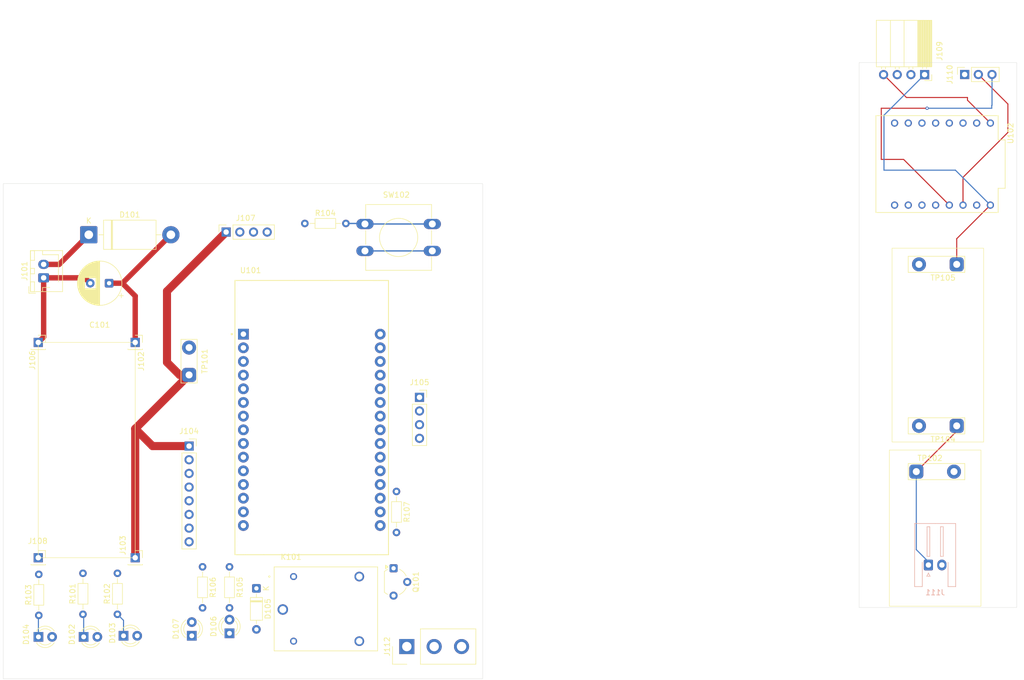
<source format=kicad_pcb>
(kicad_pcb (version 20241229) (generator "pcbnew") (generator_version "9.0")
  (title_block (date "2025-11-03"))
  (layers (0 "F.Cu" signal) (2 "B.Cu" signal) (13 "F.Paste" user) (15 "B.Paste" user) (5 "F.SilkS" user "F.Silkscreen") (7 "B.SilkS" user "B.Silkscreen") (1 "F.Mask" user) (3 "B.Mask" user) (25 "Edge.Cuts" user))
  (net 0 "")
  (net 1 "GND")
  (net 2 "VCC")
  (net 3 "D21")
  (net 4 "D22")
  (net 8 "D26")
  (net 9 "D25")
  (net 10 "D16")
  (net 11 "D17")
  (net 12 "/D27")
  (net 15 "/D13")
  (net 28 "/12V-")
  (net 29 "/12V+ DO")
  (net 30 "/12V+DI")
  (net 31 "Net-(D102-K)")
  (net 33 "Net-(D103-K)")
  (net 34 "/D33")
  (net 36 "Net-(D104-K)")
  (net 37 "Net-(R104-Pad2)")
  (net 38 "Net-(D105-A)")
  (net 39 "/D12")
  (net 49 "/VCCs")
  (net 50 "/GNDs")
  (net 52 "/4")
  (net 53 "/VCCb")
  (net 54 "/5")
  (net 55 "/3.3V")
  (net 58 "Net-(D106-A)")
  (net 59 "Net-(D107-A)")
  (net 60 "Net-(Q101-B)")
  (net 61 "D14")
  (net 62 "Net-(J112-Pin_1)")
  (net 63 "Net-(J112-Pin_3)")
  (net 64 "Net-(J112-Pin_2)")
  (footprint "Connector_PinSocket_2.54mm:PinSocket_1x04_P2.54mm_Vertical" (layer "F.Cu") (at 99.38 83 90)
    (property "Reference" "J107" (at 2.6 3.62 180) (layer "F.SilkS"))
    (property "Value" "Conn_01x04_Pin GSM")
    (pad "1" thru_hole rect (at 0 0 90) (size 1.7 1.7) (drill 1) (layers "*.Cu" "*.Mask") (net 2 "VCC"))
    (pad "2" thru_hole circle (at 0 2.54 90) (size 1.7 1.7) (drill 1) (layers "*.Cu" "*.Mask") (net 1 "GND"))
    (pad "3" thru_hole circle (at 0 5.08 90) (size 1.7 1.7) (drill 1) (layers "*.Cu" "*.Mask") (net 10 "D16"))
    (pad "4" thru_hole circle (at 0 7.62 90) (size 1.7 1.7) (drill 1) (layers "*.Cu" "*.Mask") (net 11 "D17"))
  )
  (footprint "Connector_PinSocket_2.54mm:PinSocket_1x01_P2.54mm_Vertical" (layer "F.Cu") (at 64.5 143.5)
    (property "Reference" "J108" (at -0.1 -3.1 0) (layer "F.SilkS"))
    (property "Value" "Conn_01x01_Socket BC out -")
    (pad "1" thru_hole rect (at 0 0) (size 1.7 1.7) (drill 1) (layers "*.Cu" "*.Mask") (net 1 "GND"))
  )
  (footprint "Resistor_THT:R_Axial_DIN0204_L3.6mm_D1.6mm_P7.62mm_Horizontal" (layer "F.Cu") (at 79.2 154.01 90)
    (property "Reference" "R102" (at 3.81 -1.92 90) (layer "F.SilkS"))
    (property "Value" "R")
    (pad "1" thru_hole circle (at 0 0 90) (size 1.4 1.4) (drill 0.7) (layers "*.Cu" "*.Mask") (net 33 "Net-(D103-K)"))
    (pad "2" thru_hole circle (at 7.62 0 90) (size 1.4 1.4) (drill 0.7) (layers "*.Cu" "*.Mask") (net 1 "GND"))
  )
  (footprint "Connector_PinSocket_2.54mm:PinSocket_1x08_P2.54mm_Vertical" (layer "F.Cu") (at 92.5 122.76)
    (property "Reference" "J104" (at 0 -2.77 0) (layer "F.SilkS"))
    (property "Value" "Conn_01x08_Socket MPU6050")
    (pad "1" thru_hole rect (at 0 0) (size 1.7 1.7) (drill 1) (layers "*.Cu" "*.Mask") (net 2 "VCC"))
    (pad "2" thru_hole circle (at 0 2.54) (size 1.7 1.7) (drill 1) (layers "*.Cu" "*.Mask") (net 1 "GND"))
    (pad "3" thru_hole circle (at 0 5.08) (size 1.7 1.7) (drill 1) (layers "*.Cu" "*.Mask") (net 4 "D22"))
    (pad "4" thru_hole circle (at 0 7.62) (size 1.7 1.7) (drill 1) (layers "*.Cu" "*.Mask") (net 3 "D21"))
    (pad "5" thru_hole circle (at 0 10.16) (size 1.7 1.7) (drill 1) (layers "*.Cu" "*.Mask"))
    (pad "6" thru_hole circle (at 0 12.7) (size 1.7 1.7) (drill 1) (layers "*.Cu" "*.Mask"))
    (pad "7" thru_hole circle (at 0 15.24) (size 1.7 1.7) (drill 1) (layers "*.Cu" "*.Mask") (net 1 "GND"))
    (pad "8" thru_hole circle (at 0 17.78) (size 1.7 1.7) (drill 1) (layers "*.Cu" "*.Mask"))
  )
  (footprint "Battery_Charger:Battery_Charger_TD4056_Module" (layer "F.Cu") (at 231.5 138)
    (property "Reference" "TP102" (at -1.46 -13 0) (layer "F.SilkS"))
    (property "Value" "TestPoint_2Pole Bat in")
    (pad "1" thru_hole roundrect (at -4 -10.5) (size 2.6 2.6) (drill 1.3) (layers "*.Cu" "*.Mask") (net 49 "/VCCs"))
    (pad "2" thru_hole circle (at 3 -10.5) (size 2.6 2.6) (drill 1.3) (layers "*.Cu" "*.Mask") (net 50 "/GNDs"))
  )
  (footprint "Connector_PinSocket_2.54mm:PinSocket_1x03_P2.54mm_Vertical" (layer "F.Cu") (at 236.475 53.725 90)
    (property "Reference" "J110" (at 0 -2.77 90) (layer "F.SilkS"))
    (property "Value" "Conn_01x03_Socket DHT22")
    (pad "1" thru_hole rect (at 0 0 90) (size 1.7 1.7) (drill 1) (layers "*.Cu" "*.Mask") (net 50 "/GNDs"))
    (pad "2" thru_hole circle (at 0 2.54 90) (size 1.7 1.7) (drill 1) (layers "*.Cu" "*.Mask") (net 55 "/3.3V"))
    (pad "3" thru_hole circle (at 0 5.08 90) (size 1.7 1.7) (drill 1) (layers "*.Cu" "*.Mask") (net 52 "/4"))
  )
  (footprint "LED_THT:LED_D3.0mm_Clear" (layer "F.Cu") (at 93 158 90)
    (property "Reference" "D107" (at 1.27 -2.96 90) (layer "F.SilkS"))
    (property "Value" "LED")
    (pad "1" thru_hole rect (at 0 0 90) (size 1.8 1.8) (drill 0.9) (layers "*.Cu" "*.Mask") (net 1 "GND"))
    (pad "2" thru_hole circle (at 2.54 0 90) (size 1.8 1.8) (drill 0.9) (layers "*.Cu" "*.Mask") (net 59 "Net-(D107-A)"))
  )
  (footprint "LED_THT:LED_D3.0mm_Clear" (layer "F.Cu") (at 100 157.54 90)
    (property "Reference" "D106" (at 1.27 -2.96 90) (layer "F.SilkS"))
    (property "Value" "LED")
    (pad "1" thru_hole rect (at 0 0 90) (size 1.8 1.8) (drill 0.9) (layers "*.Cu" "*.Mask") (net 38 "Net-(D105-A)"))
    (pad "2" thru_hole circle (at 2.54 0 90) (size 1.8 1.8) (drill 0.9) (layers "*.Cu" "*.Mask") (net 58 "Net-(D106-A)"))
  )
  (footprint "Resistor_THT:R_Axial_DIN0204_L3.6mm_D1.6mm_P7.62mm_Horizontal" (layer "F.Cu") (at 64.6 154.21 90)
    (property "Reference" "R103" (at 3.81 -1.92 90) (layer "F.SilkS"))
    (property "Value" "R")
    (pad "1" thru_hole circle (at 0 0 90) (size 1.4 1.4) (drill 0.7) (layers "*.Cu" "*.Mask") (net 36 "Net-(D104-K)"))
    (pad "2" thru_hole circle (at 7.62 0 90) (size 1.4 1.4) (drill 0.7) (layers "*.Cu" "*.Mask") (net 1 "GND"))
  )
  (footprint "TestPoint:TestPoint_2Pads_Pitch5.08mm_Drill1.3mm" (layer "F.Cu") (at 92.5 109.54 90)
    (property "Reference" "TP101" (at 2.54 2.9 90) (layer "F.SilkS"))
    (property "Value" "TestPoint_2Pole SIM900a PWR")
    (pad "1" thru_hole roundrect (at 0 0 90) (size 2.6 2.6) (drill 1.3) (layers "*.Cu" "*.Mask") (net 2 "VCC"))
    (pad "2" thru_hole circle (at 5.08 0 90) (size 2.6 2.6) (drill 1.3) (layers "*.Cu" "*.Mask") (net 1 "GND"))
  )
  (footprint "Resistor_THT:R_Axial_DIN0204_L3.6mm_D1.6mm_P7.62mm_Horizontal" (layer "F.Cu") (at 100 145.19 -90)
    (property "Reference" "R105" (at 3.81 -1.92 90) (layer "F.SilkS"))
    (property "Value" "R")
    (pad "1" thru_hole circle (at 0 0 270) (size 1.4 1.4) (drill 0.7) (layers "*.Cu" "*.Mask") (net 2 "VCC"))
    (pad "2" thru_hole circle (at 7.62 0 270) (size 1.4 1.4) (drill 0.7) (layers "*.Cu" "*.Mask") (net 58 "Net-(D106-A)"))
  )
  (footprint "LED_THT:LED_D3.0mm_Clear" (layer "F.Cu") (at 80.33 158)
    (property "Reference" "D103" (at -2.08 -0.5 90) (layer "F.SilkS"))
    (property "Value" "LED")
    (pad "1" thru_hole rect (at 0 0) (size 1.8 1.8) (drill 0.9) (layers "*.Cu" "*.Mask") (net 33 "Net-(D103-K)"))
    (pad "2" thru_hole circle (at 2.54 0) (size 1.8 1.8) (drill 0.9) (layers "*.Cu" "*.Mask") (net 34 "/D33"))
  )
  (footprint "Package_TO_SOT_THT:TO-92L_Wide" (layer "F.Cu") (at 130.46 145.46 -90)
    (property "Reference" "Q101" (at 2.55 -4.15 90) (layer "F.SilkS"))
    (property "Value" "NPN")
    (pad "1" thru_hole roundrect (at 0 0 270) (size 1.5 1.5) (drill 0.8) (layers "*.Cu" "*.Mask") (roundrect_rratio 0.1666666667) (net 38 "Net-(D105-A)"))
    (pad "2" thru_hole circle (at 2.54 -2.54 270) (size 1.5 1.5) (drill 0.8) (layers "*.Cu" "*.Mask") (net 60 "Net-(Q101-B)"))
    (pad "3" thru_hole circle (at 5.08 0 270) (size 1.5 1.5) (drill 0.8) (layers "*.Cu" "*.Mask") (net 1 "GND"))
  )
  (footprint "Button_Switch_THT:SW_PUSH-12mm" (layer "F.Cu") (at 125.15 81.5)
    (property "Reference" "SW102" (at 5.83 -5.41 0) (layer "F.SilkS"))
    (property "Value" "SW_Push")
    (pad "1" thru_hole oval (at 0 0) (size 3.2 1.9) (drill 1.3) (layers "*.Cu" "*.Mask") (net 37 "Net-(R104-Pad2)"))
    (pad "1" thru_hole oval (at 12.5 0) (size 3.2 1.9) (drill 1.3) (layers "*.Cu" "*.Mask") (net 37 "Net-(R104-Pad2)"))
    (pad "2" thru_hole oval (at 0 5) (size 3.2 1.9) (drill 1.3) (layers "*.Cu" "*.Mask") (net 39 "/D12"))
    (pad "2" thru_hole oval (at 12.5 5) (size 3.2 1.9) (drill 1.3) (layers "*.Cu" "*.Mask") (net 39 "/D12"))
  )
  (footprint "Connector_PinSocket_2.54mm:PinSocket_1x04_P2.54mm_Vertical" (layer "F.Cu") (at 135.275 113.7)
    (property "Reference" "J105" (at 0 -2.77 0) (layer "F.SilkS"))
    (property "Value" "Conn_01x04_Socket GPS")
    (pad "1" thru_hole rect (at 0 0) (size 1.7 1.7) (drill 1) (layers "*.Cu" "*.Mask") (net 1 "GND"))
    (pad "2" thru_hole circle (at 0 2.54) (size 1.7 1.7) (drill 1) (layers "*.Cu" "*.Mask") (net 8 "D26"))
    (pad "3" thru_hole circle (at 0 5.08) (size 1.7 1.7) (drill 1) (layers "*.Cu" "*.Mask") (net 9 "D25"))
    (pad "4" thru_hole circle (at 0 7.62) (size 1.7 1.7) (drill 1) (layers "*.Cu" "*.Mask") (net 2 "VCC"))
  )
  (footprint "TestPoint:TestPoint_2Pads_Pitch7mm_Drill1.3mm" (layer "F.Cu") (at 231 108.5 180)
    (property "Reference" "TP104" (at -1.46 -13 180) (layer "F.SilkS"))
    (property "Value" "TestPoint_2Pole Boost in")
    (pad "1" thru_hole roundrect (at -4 -10.5 180) (size 2.6 2.6) (drill 1.3) (layers "*.Cu" "*.Mask") (net 49 "/VCCs"))
    (pad "2" thru_hole circle (at 3 -10.5 180) (size 2.6 2.6) (drill 1.3) (layers "*.Cu" "*.Mask") (net 50 "/GNDs"))
  )
  (footprint "Connector_PinSocket_2.54mm:PinSocket_1x01_P2.54mm_Vertical" (layer "F.Cu") (at 64.5 103.5)
    (property "Reference" "J106" (at -1.1 3.3 90) (layer "F.SilkS"))
    (property "Value" "Conn_01x01_Socket BC in-")
    (pad "1" thru_hole rect (at 0 0) (size 1.7 1.7) (drill 1) (layers "*.Cu" "*.Mask") (net 28 "/12V-"))
  )
  (footprint "Resistor_THT:R_Axial_DIN0204_L3.6mm_D1.6mm_P7.62mm_Horizontal" (layer "F.Cu") (at 131 131.19 -90)
    (property "Reference" "R107" (at 3.81 -1.92 90) (layer "F.SilkS"))
    (property "Value" "R")
    (pad "1" thru_hole circle (at 0 0 270) (size 1.4 1.4) (drill 0.7) (layers "*.Cu" "*.Mask") (net 61 "D14"))
    (pad "2" thru_hole circle (at 7.62 0 270) (size 1.4 1.4) (drill 0.7) (layers "*.Cu" "*.Mask") (net 60 "Net-(Q101-B)"))
  )
  (footprint "Resistor_THT:R_Axial_DIN0204_L3.6mm_D1.6mm_P7.62mm_Horizontal" (layer "F.Cu") (at 72.8 154.01 90)
    (property "Reference" "R101" (at 3.81 -1.92 90) (layer "F.SilkS"))
    (property "Value" "R")
    (pad "1" thru_hole circle (at 0 0 90) (size 1.4 1.4) (drill 0.7) (layers "*.Cu" "*.Mask") (net 31 "Net-(D102-K)"))
    (pad "2" thru_hole circle (at 7.62 0 90) (size 1.4 1.4) (drill 0.7) (layers "*.Cu" "*.Mask") (net 1 "GND"))
  )
  (footprint "Connector_PinSocket_2.54mm:PinSocket_1x01_P2.54mm_Vertical" (layer "F.Cu") (at 82.5 103.5)
    (property "Reference" "J102" (at 1.1 3.5 270) (layer "F.SilkS"))
    (property "Value" "Conn_01x01_Socket BC in+")
    (pad "1" thru_hole rect (at 0 0) (size 1.7 1.7) (drill 1) (layers "*.Cu" "*.Mask") (net 29 "/12V+ DO"))
  )
  (footprint "Resistor_THT:R_Axial_DIN0204_L3.6mm_D1.6mm_P7.62mm_Horizontal" (layer "F.Cu") (at 95 145.19 -90)
    (property "Reference" "R106" (at 3.81 -1.92 90) (layer "F.SilkS"))
    (property "Value" "R")
    (pad "1" thru_hole circle (at 0 0 270) (size 1.4 1.4) (drill 0.7) (layers "*.Cu" "*.Mask") (net 2 "VCC"))
    (pad "2" thru_hole circle (at 7.62 0 270) (size 1.4 1.4) (drill 0.7) (layers "*.Cu" "*.Mask") (net 59 "Net-(D107-A)"))
  )
  (footprint "ESP32-C3_SUPERMINI_TH:MODULE_ESP32-C3_SUPERMINI_TH" (layer "F.Cu") (at 231.35 70.37 -90)
    (property "Reference" "U102" (at -5.715 -13.6525 90) (layer "F.SilkS"))
    (property "Value" "ESP32-C3_SUPERMINI_TH")
    (pad "0" thru_hole circle (at 7.62 7.88 270) (size 1.348 1.348) (drill 0.84) (layers "*.Cu" "*.Mask"))
    (pad "1" thru_hole circle (at 7.62 5.34 270) (size 1.348 1.348) (drill 0.84) (layers "*.Cu" "*.Mask"))
    (pad "2" thru_hole circle (at 7.62 2.8 270) (size 1.348 1.348) (drill 0.84) (layers "*.Cu" "*.Mask"))
    (pad "3" thru_hole circle (at 7.62 0.26 270) (size 1.348 1.348) (drill 0.84) (layers "*.Cu" "*.Mask"))
    (pad "3.3" thru_hole circle (at 7.62 -4.82 270) (size 1.348 1.348) (drill 0.84) (layers "*.Cu" "*.Mask") (net 55 "/3.3V"))
    (pad "4" thru_hole circle (at 7.62 -2.28 270) (size 1.348 1.348) (drill 0.84) (layers "*.Cu" "*.Mask") (net 52 "/4"))
    (pad "5" thru_hole circle (at -7.62 -9.9 270) (size 1.348 1.348) (drill 0.84) (layers "*.Cu" "*.Mask") (net 54 "/5"))
    (pad "5V" thru_hole circle (at 7.62 -9.9 270) (size 1.348 1.348) (drill 0.84) (layers "*.Cu" "*.Mask") (net 53 "/VCCb"))
    (pad "6" thru_hole circle (at -7.62 -7.36 270) (size 1.348 1.348) (drill 0.84) (layers "*.Cu" "*.Mask"))
    (pad "7" thru_hole circle (at -7.62 -4.82 270) (size 1.348 1.348) (drill 0.84) (layers "*.Cu" "*.Mask"))
    (pad "8" thru_hole circle (at -7.62 -2.28 270) (size 1.348 1.348) (drill 0.84) (layers "*.Cu" "*.Mask"))
    (pad "9" thru_hole circle (at -7.62 0.26 270) (size 1.348 1.348) (drill 0.84) (layers "*.Cu" "*.Mask"))
    (pad "10" thru_hole circle (at -7.62 2.8 270) (size 1.348 1.348) (drill 0.84) (layers "*.Cu" "*.Mask"))
    (pad "20" thru_hole circle (at -7.62 5.34 270) (size 1.348 1.348) (drill 0.84) (layers "*.Cu" "*.Mask"))
    (pad "21" thru_hole circle (at -7.62 7.88 270) (size 1.348 1.348) (drill 0.84) (layers "*.Cu" "*.Mask"))
    (pad "G" thru_hole circle (at 7.62 -7.36 270) (size 1.348 1.348) (drill 0.84) (layers "*.Cu" "*.Mask") (net 50 "/GNDs"))
  )
  (footprint "LED_THT:LED_D3.0mm_Clear" (layer "F.Cu") (at 72.93 158.2)
    (property "Reference" "D102" (at -2.18 -0.45 90) (layer "F.SilkS"))
    (property "Value" "LED")
    (pad "1" thru_hole rect (at 0 0) (size 1.8 1.8) (drill 0.9) (layers "*.Cu" "*.Mask") (net 31 "Net-(D102-K)"))
    (pad "2" thru_hole circle (at 2.54 0) (size 1.8 1.8) (drill 0.9) (layers "*.Cu" "*.Mask") (net 12 "/D27"))
  )
  (footprint "ESP32_Modules:MODULE_ESP32_DEVKIT_V1" (layer "F.Cu") (at 115.28 117.475)
    (property "Reference" "U101" (at -11.355 -27.36 0) (layer "F.SilkS"))
    (property "Value" "ESP32-DEVKIT-V1")
    (pad "" np_thru_hole circle (at -12.28 -23.475) (size 3 3) (drill 3) (layers "*.Cu" "*.Mask"))
    (pad "" np_thru_hole circle (at -12.28 23.475) (size 3 3) (drill 3) (layers "*.Cu" "*.Mask"))
    (pad "" np_thru_hole circle (at 12.23 -23.475) (size 3 3) (drill 3) (layers "*.Cu" "*.Mask"))
    (pad "" np_thru_hole circle (at 12.23 23.475) (size 3 3) (drill 3) (layers "*.Cu" "*.Mask"))
    (pad "1" thru_hole rect (at -12.7 -15.515) (size 2 2) (drill 1.02) (layers "*.Cu" "*.Mask"))
    (pad "2" thru_hole circle (at -12.7 -12.975) (size 2 2) (drill 1.02) (layers "*.Cu" "*.Mask") (net 1 "GND"))
    (pad "3" thru_hole circle (at -12.7 -10.435) (size 2 2) (drill 1.02) (layers "*.Cu" "*.Mask"))
    (pad "4" thru_hole circle (at -12.7 -7.895) (size 2 2) (drill 1.02) (layers "*.Cu" "*.Mask"))
    (pad "5" thru_hole circle (at -12.7 -5.355) (size 2 2) (drill 1.02) (layers "*.Cu" "*.Mask"))
    (pad "6" thru_hole circle (at -12.7 -2.815) (size 2 2) (drill 1.02) (layers "*.Cu" "*.Mask") (net 10 "D16"))
    (pad "7" thru_hole circle (at -12.7 -0.275) (size 2 2) (drill 1.02) (layers "*.Cu" "*.Mask") (net 11 "D17"))
    (pad "8" thru_hole circle (at -12.7 2.265) (size 2 2) (drill 1.02) (layers "*.Cu" "*.Mask"))
    (pad "9" thru_hole circle (at -12.7 4.805) (size 2 2) (drill 1.02) (layers "*.Cu" "*.Mask"))
    (pad "10" thru_hole circle (at -12.7 7.345) (size 2 2) (drill 1.02) (layers "*.Cu" "*.Mask"))
    (pad "11" thru_hole circle (at -12.7 9.885) (size 2 2) (drill 1.02) (layers "*.Cu" "*.Mask"))
    (pad "12" thru_hole circle (at -12.7 12.425) (size 2 2) (drill 1.02) (layers "*.Cu" "*.Mask"))
    (pad "13" thru_hole circle (at -12.7 14.965) (size 2 2) (drill 1.02) (layers "*.Cu" "*.Mask"))
    (pad "14" thru_hole circle (at -12.7 17.505) (size 2 2) (drill 1.02) (layers "*.Cu" "*.Mask") (net 4 "D22"))
    (pad "15" thru_hole circle (at -12.7 20.045) (size 2 2) (drill 1.02) (layers "*.Cu" "*.Mask") (net 3 "D21"))
    (pad "16" thru_hole circle (at 12.7 20.045) (size 2 2) (drill 1.02) (layers "*.Cu" "*.Mask"))
    (pad "17" thru_hole circle (at 12.7 17.505) (size 2 2) (drill 1.02) (layers "*.Cu" "*.Mask"))
    (pad "18" thru_hole circle (at 12.7 14.965) (size 2 2) (drill 1.02) (layers "*.Cu" "*.Mask"))
    (pad "19" thru_hole circle (at 12.7 12.425) (size 2 2) (drill 1.02) (layers "*.Cu" "*.Mask"))
    (pad "20" thru_hole circle (at 12.7 9.885) (size 2 2) (drill 1.02) (layers "*.Cu" "*.Mask"))
    (pad "21" thru_hole circle (at 12.7 7.345) (size 2 2) (drill 1.02) (layers "*.Cu" "*.Mask"))
    (pad "22" thru_hole circle (at 12.7 4.805) (size 2 2) (drill 1.02) (layers "*.Cu" "*.Mask") (net 34 "/D33"))
    (pad "23" thru_hole circle (at 12.7 2.265) (size 2 2) (drill 1.02) (layers "*.Cu" "*.Mask") (net 9 "D25"))
    (pad "24" thru_hole circle (at 12.7 -0.275) (size 2 2) (drill 1.02) (layers "*.Cu" "*.Mask") (net 8 "D26"))
    (pad "25" thru_hole circle (at 12.7 -2.815) (size 2 2) (drill 1.02) (layers "*.Cu" "*.Mask") (net 12 "/D27"))
    (pad "26" thru_hole circle (at 12.7 -5.355) (size 2 2) (drill 1.02) (layers "*.Cu" "*.Mask") (net 61 "D14"))
    (pad "27" thru_hole circle (at 12.7 -7.895) (size 2 2) (drill 1.02) (layers "*.Cu" "*.Mask") (net 39 "/D12"))
    (pad "28" thru_hole circle (at 12.7 -10.435) (size 2 2) (drill 1.02) (layers "*.Cu" "*.Mask") (net 15 "/D13"))
    (pad "29" thru_hole circle (at 12.7 -12.975) (size 2 2) (drill 1.02) (layers "*.Cu" "*.Mask") (net 1 "GND"))
    (pad "30" thru_hole circle (at 12.7 -15.515) (size 2 2) (drill 1.02) (layers "*.Cu" "*.Mask") (net 2 "VCC"))
  )
  (footprint "Connector_PinSocket_2.54mm:PinSocket_1x04_P2.54mm_Horizontal" (layer "F.Cu") (at 229.04 53.75 -90)
    (property "Reference" "J109" (at -4.38 -2.77 270) (layer "F.SilkS"))
    (property "Value" "Conn_01x04_Socket MQ3")
    (pad "1" thru_hole rect (at 0 0 270) (size 1.7 1.7) (drill 1) (layers "*.Cu" "*.Mask") (net 53 "/VCCb"))
    (pad "2" thru_hole circle (at 0 2.54 270) (size 1.7 1.7) (drill 1) (layers "*.Cu" "*.Mask") (net 50 "/GNDs"))
    (pad "3" thru_hole circle (at 0 5.08 270) (size 1.7 1.7) (drill 1) (layers "*.Cu" "*.Mask"))
    (pad "4" thru_hole circle (at 0 7.62 270) (size 1.7 1.7) (drill 1) (layers "*.Cu" "*.Mask") (net 54 "/5"))
  )
  (footprint "Diode_THT:D_DO-201AD_P15.24mm_Horizontal" (layer "F.Cu") (at 73.88 83.5)
    (property "Reference" "D101" (at 7.62 -3.72 0) (layer "F.SilkS"))
    (property "Value" "1N5822")
    (fp_text user "K" (at 0 -2.6 0) (layer "F.SilkS"))
    (pad "1" thru_hole roundrect (at 0 0) (size 3.2 3.2) (drill 1.6) (layers "*.Cu" "*.Mask") (roundrect_rratio 0.078125) (net 30 "/12V+DI"))
    (pad "2" thru_hole circle (at 15.24 0) (size 3.2 3.2) (drill 1.6) (layers "*.Cu" "*.Mask") (net 29 "/12V+ DO"))
  )
  (footprint "Resistor_THT:R_Axial_DIN0204_L3.6mm_D1.6mm_P7.62mm_Horizontal" (layer "F.Cu") (at 113.99 81.4)
    (property "Reference" "R104" (at 3.81 -1.92 0) (layer "F.SilkS"))
    (property "Value" "R")
    (pad "1" thru_hole circle (at 0 0) (size 1.4 1.4) (drill 0.7) (layers "*.Cu" "*.Mask") (net 1 "GND"))
    (pad "2" thru_hole circle (at 7.62 0) (size 1.4 1.4) (drill 0.7) (layers "*.Cu" "*.Mask") (net 37 "Net-(R104-Pad2)"))
  )
  (footprint "TestPoint:TestPoint_2Pads_Pitch7mm_Drill1.3mm" (layer "F.Cu") (at 231 78.5 180)
    (property "Reference" "TP105" (at -1.46 -13 180) (layer "F.SilkS"))
    (property "Value" "TestPoint_2Pole Boost out")
    (pad "1" thru_hole roundrect (at -4 -10.5 180) (size 2.6 2.6) (drill 1.3) (layers "*.Cu" "*.Mask") (net 53 "/VCCb"))
    (pad "2" thru_hole circle (at 3 -10.5 180) (size 2.6 2.6) (drill 1.3) (layers "*.Cu" "*.Mask") (net 50 "/GNDs"))
  )
  (footprint "Connector_Samtec_HPM_THT:Samtec_HPM-03-05-x-S_Straight_1x03_Pitch5.08mm" (layer "F.Cu") (at 132.92 160 90)
    (property "Reference" "J112" (at 0 -3.65 90) (layer "F.SilkS"))
    (property "Value" "Conn_01x03_Pin")
    (pad "1" thru_hole rect (at 0 0 90) (size 2.8 2.8) (drill 1.75) (layers "*.Cu" "*.Mask") (net 62 "Net-(J112-Pin_1)"))
    (pad "2" thru_hole circle (at 0 5.08 90) (size 2.8 2.8) (drill 1.75) (layers "*.Cu" "*.Mask") (net 64 "Net-(J112-Pin_2)"))
    (pad "3" thru_hole circle (at 0 10.16 90) (size 2.8 2.8) (drill 1.75) (layers "*.Cu" "*.Mask") (net 63 "Net-(J112-Pin_3)"))
  )
  (footprint "SRD-12VDC-SL-C:RELAY_SRD-12VDC-SL-C" (layer "F.Cu") (at 118 153)
    (property "Reference" "K101" (at -6.575 -9.635 0) (layer "F.SilkS"))
    (property "Value" "SRD-12VDC-SL-C")
    (pad "COIL1" thru_hole circle (at -6.1 -6) (size 1.308 1.308) (drill 0.8) (layers "*.Cu" "*.Mask") (net 2 "VCC"))
    (pad "COIL2" thru_hole circle (at -6.1 6) (size 1.308 1.308) (drill 0.8) (layers "*.Cu" "*.Mask") (net 38 "Net-(D105-A)"))
    (pad "COM" thru_hole circle (at -8.1 0.12) (size 1.95 1.95) (drill 1.3) (layers "*.Cu" "*.Mask") (net 64 "Net-(J112-Pin_2)"))
    (pad "NC" thru_hole circle (at 6.1 -6) (size 1.8 1.8) (drill 1.2) (layers "*.Cu" "*.Mask") (net 63 "Net-(J112-Pin_3)"))
    (pad "NO" thru_hole circle (at 6.1 6) (size 1.8 1.8) (drill 1.2) (layers "*.Cu" "*.Mask") (net 62 "Net-(J112-Pin_1)"))
  )
  (footprint "LED_THT:LED_D3.0mm_Clear" (layer "F.Cu") (at 64.53 158.2)
    (property "Reference" "D104" (at -2.28 -0.45 90) (layer "F.SilkS"))
    (property "Value" "LED")
    (pad "1" thru_hole rect (at 0 0) (size 1.8 1.8) (drill 0.9) (layers "*.Cu" "*.Mask") (net 36 "Net-(D104-K)"))
    (pad "2" thru_hole circle (at 2.54 0) (size 1.8 1.8) (drill 0.9) (layers "*.Cu" "*.Mask") (net 15 "/D13"))
  )
  (footprint "Diode_THT:D_DO-35_SOD27_P7.62mm_Horizontal" (layer "F.Cu") (at 105 149.19 -90)
    (property "Reference" "D105" (at 3.81 -2.12 90) (layer "F.SilkS"))
    (property "Value" "1N4148")
    (fp_text user "K" (at 0 -1.8 90) (layer "F.SilkS"))
    (pad "1" thru_hole roundrect (at 0 0 270) (size 1.6 1.6) (drill 0.8) (layers "*.Cu" "*.Mask") (roundrect_rratio 0.15625) (net 2 "VCC"))
    (pad "2" thru_hole circle (at 7.62 0 270) (size 1.6 1.6) (drill 0.8) (layers "*.Cu" "*.Mask") (net 38 "Net-(D105-A)"))
  )
  (footprint "Connector_JST:JST_XH_B2B-XH-AM_1x02_P2.50mm_Vertical" (layer "F.Cu") (at 65.5 91.5 90)
    (property "Reference" "J101" (at 1.25 -3.55 90) (layer "F.SilkS"))
    (property "Value" "Conn_01x02_Socket Bat in")
    (pad "" np_thru_hole circle (at -1.6 2 90) (size 1.2 1.2) (drill 1.2) (layers "*.Cu" "*.Mask"))
    (pad "1" thru_hole roundrect (at 0 0 90) (size 1.7 2) (drill 1) (layers "*.Cu" "*.Mask") (roundrect_rratio 0.147059) (net 28 "/12V-"))
    (pad "2" thru_hole oval (at 2.5 0 90) (size 1.7 2) (drill 1) (layers "*.Cu" "*.Mask") (net 30 "/12V+DI"))
  )
  (footprint "Capacitor_THT:CP_Radial_D8.0mm_P3.50mm" (layer "F.Cu") (at 77.652651 92.5 180)
    (property "Reference" "C101" (at 1.75 -7.75 0) (layer "F.SilkS"))
    (property "Value" "C_Polarized")
    (pad "1" thru_hole roundrect (at 0 0 180) (size 1.6 1.6) (drill 0.8) (layers "*.Cu" "*.Mask") (roundrect_rratio 0.15625) (net 29 "/12V+ DO"))
    (pad "2" thru_hole circle (at 3.5 0 180) (size 1.6 1.6) (drill 0.8) (layers "*.Cu" "*.Mask") (net 28 "/12V-"))
  )
  (footprint "Connector_PinSocket_2.54mm:PinSocket_1x01_P2.54mm_Vertical" (layer "F.Cu") (at 82.5 143.5)
    (property "Reference" "J103" (at -2.3 -2.3 90) (layer "F.SilkS"))
    (property "Value" "Conn_01x01_Socket BC out +")
    (pad "1" thru_hole rect (at 0 0) (size 1.7 1.7) (drill 1) (layers "*.Cu" "*.Mask") (net 2 "VCC"))
  )
  (footprint "Connector_JST:JST_XH_S2B-XH-A-1_1x02_P2.50mm_Horizontal" (layer "B.Cu") (at 229.75 144.85)
    (property "Reference" "J111" (at 1.25 5.1 0) (layer "B.SilkS") (effects (justify mirror)))
    (property "Value" "Conn_01x02_Pin")
    (pad "1" thru_hole roundrect (at 0 0) (size 1.7 2) (drill 1) (layers "*.Cu" "*.Mask") (roundrect_rratio 0.147059) (net 49 "/VCCs"))
    (pad "2" thru_hole oval (at 2.5 0) (size 1.7 2) (drill 1) (layers "*.Cu" "*.Mask") (net 50 "/GNDs"))
  )
  (gr_rect (start 64.5 103.5) (end 82.5 143.5) (stroke (width 0.1)) (fill no) (layer "F.SilkS"))
  (gr_rect (start 223 86) (end 240 122) (stroke (width 0.1)) (fill no) (layer "F.SilkS"))
  (gr_rect (start 58 74) (end 147 166) (stroke (width 0.05)) (fill no) (layer "Edge.Cuts"))
  (gr_rect (start 216.875 51.5) (end 246.125 152.75) (stroke (width 0.05)) (fill no) (layer "Edge.Cuts"))
  (segment (start 90.74 109.54) (end 88.4 107.2) (width 1.5) (layer "F.Cu") (net 2))
  (segment (start 92.5 122.76) (end 85.72 122.76) (width 1.5) (layer "F.Cu") (net 2))
  (segment (start 82.5 143.5) (end 82.5 119.54) (width 1.5) (layer "F.Cu") (net 2))
  (segment (start 88.4 107.2) (end 88.4 93.98) (width 1.5) (layer "F.Cu") (net 2))
  (segment (start 88.4 93.98) (end 99.38 83) (width 1.5) (layer "F.Cu") (net 2))
  (segment (start 92.5 109.54) (end 90.74 109.54) (width 1.5) (layer "F.Cu") (net 2))
  (segment (start 85.72 122.76) (end 82.5 119.54) (width 1.5) (layer "F.Cu") (net 2))
  (segment (start 82.5 119.54) (end 92.5 109.54) (width 1.5) (layer "F.Cu") (net 2))
  (segment (start 74.152651 92.5) (end 73.152651 91.5) (width 1) (layer "F.Cu") (net 28))
  (segment (start 65.5 102.5) (end 65.5 91.5) (width 1) (layer "F.Cu") (net 28))
  (segment (start 64.5 103.5) (end 65.5 102.5) (width 1) (layer "F.Cu") (net 28))
  (segment (start 73.152651 91.5) (end 65.5 91.5) (width 1) (layer "F.Cu") (net 28))
  (segment (start 80.12 92.5) (end 89.12 83.5) (width 1) (layer "F.Cu") (net 29))
  (segment (start 82.5 94.88) (end 80.12 92.5) (width 1) (layer "F.Cu") (net 29))
  (segment (start 77.652651 92.5) (end 80.12 92.5) (width 1) (layer "F.Cu") (net 29))
  (segment (start 82.5 103.5) (end 82.5 94.88) (width 1) (layer "F.Cu") (net 29))
  (segment (start 68.38 89) (end 73.88 83.5) (width 1) (layer "F.Cu") (net 30))
  (segment (start 65.5 89) (end 68.38 89) (width 1) (layer "F.Cu") (net 30))
  (segment (start 72.93 154.14) (end 72.8 154.01) (width 0.2) (layer "B.Cu") (net 31))
  (segment (start 72.93 158.2) (end 72.93 154.14) (width 0.2) (layer "B.Cu") (net 31))
  (segment (start 80.33 155.14) (end 79.2 154.01) (width 0.2) (layer "B.Cu") (net 33))
  (segment (start 80.33 158) (end 80.33 155.14) (width 0.2) (layer "B.Cu") (net 33))
  (segment (start 64.53 154.28) (end 64.6 154.21) (width 0.2) (layer "B.Cu") (net 36))
  (segment (start 64.53 158.2) (end 64.53 154.28) (width 0.2) (layer "B.Cu") (net 36))
  (segment (start 125.05 81.4) (end 125.15 81.5) (width 0.25) (layer "B.Cu") (net 37))
  (segment (start 121.61 81.4) (end 125.05 81.4) (width 0.25) (layer "B.Cu") (net 37))
  (segment (start 125.15 81.5) (end 137.65 81.5) (width 0.25) (layer "B.Cu") (net 37))
  (segment (start 125.15 86.5) (end 137.65 86.5) (width 0.25) (layer "B.Cu") (net 39))
  (segment (start 235 120) (end 235 119) (width 0.2) (layer "F.Cu") (net 49))
  (segment (start 227.5 127.5) (end 235 120) (width 0.2) (layer "F.Cu") (net 49))
  (segment (start 230 144.5) (end 227.5 142) (width 0.2) (layer "B.Cu") (net 49))
  (segment (start 227.5 142) (end 227.5 127.5) (width 0.2) (layer "B.Cu") (net 49))
  (segment (start 229.75 144.85) (end 229.75 144.75) (width 0.2) (layer "B.Cu") (net 49))
  (segment (start 229.75 144.75) (end 230 144.5) (width 0.2) (layer "B.Cu") (net 49))
  (segment (start 221 69.5) (end 221 60) (width 0.2) (layer "F.Cu") (net 52))
  (segment (start 221 60) (end 229.5 60) (width 0.2) (layer "F.Cu") (net 52))
  (segment (start 233.63 77.99) (end 225.14 69.5) (width 0.2) (layer "F.Cu") (net 52))
  (segment (start 225.14 69.5) (end 221 69.5) (width 0.2) (layer "F.Cu") (net 52))
  (via (at 229.5 60) (size 0.6) (drill 0.3) (layers "F.Cu" "B.Cu") (net 52))
  (segment (start 229.5 60) (end 241.5 60) (width 0.2) (layer "B.Cu") (net 52))
  (segment (start 241.555 59.445) (end 241.555 53.725) (width 0.2) (layer "B.Cu") (net 52))
  (segment (start 241.5 59.5) (end 241.555 59.445) (width 0.2) (layer "B.Cu") (net 52))
  (segment (start 241.5 60) (end 241.5 59.5) (width 0.2) (layer "B.Cu") (net 52))
  (segment (start 235 84.24) (end 241.25 77.99) (width 0.2) (layer "F.Cu") (net 53))
  (segment (start 235 89) (end 235 84.24) (width 0.2) (layer "F.Cu") (net 53))
  (segment (start 241.25 77.99) (end 234.76 71.5) (width 0.2) (layer "B.Cu") (net 53))
  (segment (start 221.5 71.5) (end 221.5 61.29) (width 0.2) (layer "B.Cu") (net 53))
  (segment (start 221.5 61.29) (end 229.04 53.75) (width 0.2) (layer "B.Cu") (net 53))
  (segment (start 234.76 71.5) (end 221.5 71.5) (width 0.2) (layer "B.Cu") (net 53))
  (segment (start 225.67 58) (end 237 58) (width 0.2) (layer "F.Cu") (net 54))
  (segment (start 237 58) (end 237 58.5) (width 0.2) (layer "F.Cu") (net 54))
  (segment (start 237 58.5) (end 241.25 62.75) (width 0.2) (layer "F.Cu") (net 54))
  (segment (start 221.42 53.75) (end 225.67 58) (width 0.2) (layer "F.Cu") (net 54))
  (segment (start 244.5 64.5) (end 244.5 59.21) (width 0.2) (layer "F.Cu") (net 55))
  (segment (start 236.17 77.99) (end 236.17 72.83) (width 0.2) (layer "F.Cu") (net 55))
  (segment (start 236.17 72.83) (end 244.5 64.5) (width 0.2) (layer "F.Cu") (net 55))
  (segment (start 244.5 59.21) (end 239.015 53.725) (width 0.2) (layer "F.Cu") (net 55))
)
</source>
